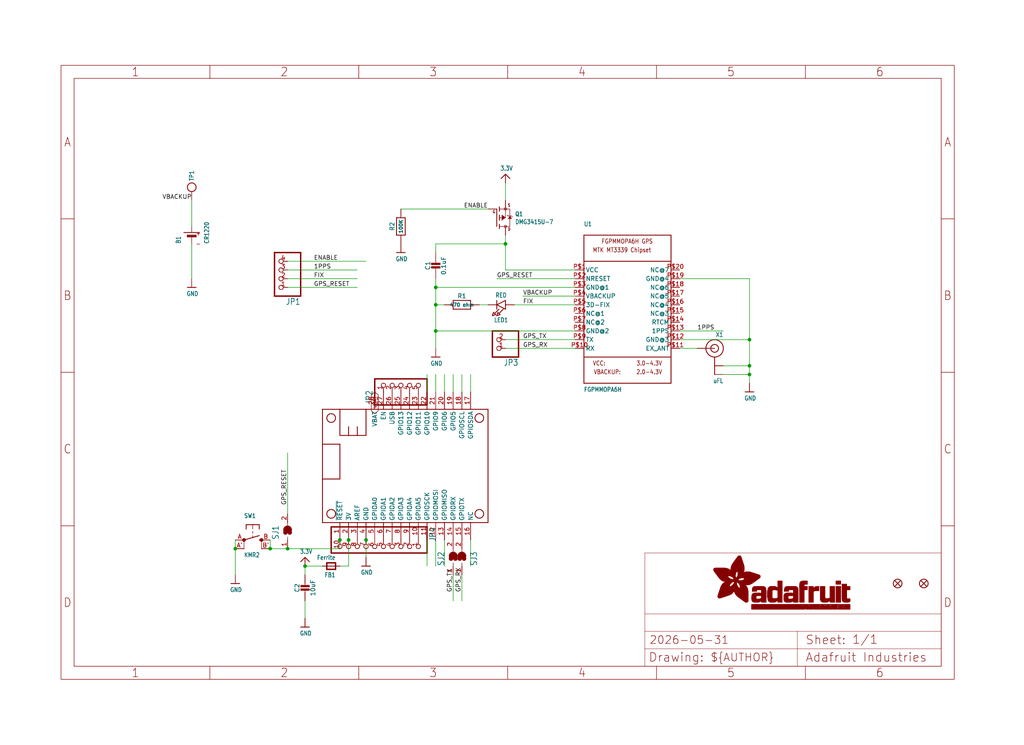
<source format=kicad_sch>
(kicad_sch (version 20230121) (generator eeschema)
  (paper "User" 298.45 217.322)
  (lib_symbols
    (symbol "working-eagle-import:3.3V" (power)
      (property "Value" "3.3V" (at -1.524 1.016 0))
      (symbol "3.3V_1_0"
        (pin power_in line (at 0 -2.54 90) (length 2.54) (name "3.3V") (number "1"))
      )
    )
    (symbol "working-eagle-import:ANTENNA_U.FL"
      (property "Reference" "X" (at -2.54 3.302 0))
      (symbol "ANTENNA_U.FL_1_0"
        (pin passive line (at -2.54 -5.08 0) (length 2.54) (name "GND@0") (number "1"))
        (pin passive line (at -2.54 -7.62 0) (length 2.54) (name "GND@1") (number "2"))
        (pin passive line (at 5.08 0 180) (length 5.08) (name "SIGNAL") (number "3"))
      )
    )
    (symbol "working-eagle-import:BATTERYCR1220_2"
      (property "Reference" "B" (at -2.54 3.175 0))
      (symbol "BATTERYCR1220_2_1_0"
        (text "+" (at 1.27 -1.143 900) (effects (font (size 1.27 1.0795)) (justify right top)))
        (text "-" (at -1.778 -1.143 900) (effects (font (size 1.27 1.0795)) (justify right top)))
        (pin passive line (at 2.54 0 180) (length 0) (name "+") (number "+"))
        (pin passive line (at -2.54 0 0) (length 0) (name "-") (number "-"))
      )
    )
    (symbol "working-eagle-import:CAP_CERAMIC0805-NOOUTLINE"
      (property "Reference" "C" (at -2.29 1.25 90))
      (symbol "CAP_CERAMIC0805-NOOUTLINE_1_0"
        (pin passive line (at 0 5.08 270) (length 2.54) (name "1") (number "1"))
        (pin passive line (at 0 -2.54 90) (length 2.54) (name "2") (number "2"))
      )
    )
    (symbol "working-eagle-import:FEATHERWING"
      (symbol "FEATHERWING_1_0"
        (pin input line (at 5.08 -5.08 90) (length 5.08) (name "~{RESET}") (number "1"))
        (pin bidirectional line (at 27.94 -5.08 90) (length 5.08) (name "GPIOA5") (number "10"))
        (pin bidirectional line (at 30.48 -5.08 90) (length 5.08) (name "GPIOSCK") (number "11"))
        (pin bidirectional line (at 33.02 -5.08 90) (length 5.08) (name "GPIOMOSI") (number "12"))
        (pin bidirectional line (at 35.56 -5.08 90) (length 5.08) (name "GPIOMISO") (number "13"))
        (pin bidirectional line (at 38.1 -5.08 90) (length 5.08) (name "GPIORX") (number "14"))
        (pin bidirectional line (at 40.64 -5.08 90) (length 5.08) (name "GPIOTX") (number "15"))
        (pin passive line (at 43.18 -5.08 90) (length 5.08) (name "NC") (number "16"))
        (pin bidirectional line (at 43.18 38.1 270) (length 5.08) (name "GPIOSDA") (number "17"))
        (pin bidirectional line (at 40.64 38.1 270) (length 5.08) (name "GPIOSCL") (number "18"))
        (pin bidirectional line (at 38.1 38.1 270) (length 5.08) (name "GPIO5") (number "19"))
        (pin power_in line (at 7.62 -5.08 90) (length 5.08) (name "3V") (number "2"))
        (pin bidirectional line (at 35.56 38.1 270) (length 5.08) (name "GPIO6") (number "20"))
        (pin bidirectional line (at 33.02 38.1 270) (length 5.08) (name "GPIO9") (number "21"))
        (pin bidirectional line (at 30.48 38.1 270) (length 5.08) (name "GPIO10") (number "22"))
        (pin bidirectional line (at 27.94 38.1 270) (length 5.08) (name "GPIO11") (number "23"))
        (pin bidirectional line (at 25.4 38.1 270) (length 5.08) (name "GPIO12") (number "24"))
        (pin bidirectional line (at 22.86 38.1 270) (length 5.08) (name "GPIO13") (number "25"))
        (pin power_in line (at 20.32 38.1 270) (length 5.08) (name "USB") (number "26"))
        (pin passive line (at 17.78 38.1 270) (length 5.08) (name "EN") (number "27"))
        (pin power_in line (at 15.24 38.1 270) (length 5.08) (name "VBAT") (number "28"))
        (pin passive line (at 10.16 -5.08 90) (length 5.08) (name "AREF") (number "3"))
        (pin power_in line (at 12.7 -5.08 90) (length 5.08) (name "GND") (number "4"))
        (pin bidirectional line (at 15.24 -5.08 90) (length 5.08) (name "GPIOA0") (number "5"))
        (pin bidirectional line (at 17.78 -5.08 90) (length 5.08) (name "GPIOA1") (number "6"))
        (pin bidirectional line (at 20.32 -5.08 90) (length 5.08) (name "GPIOA2") (number "7"))
        (pin bidirectional line (at 22.86 -5.08 90) (length 5.08) (name "GPIOA3") (number "8"))
        (pin bidirectional line (at 25.4 -5.08 90) (length 5.08) (name "GPIOA4") (number "9"))
      )
    )
    (symbol "working-eagle-import:FERRITE-0805NO"
      (property "Reference" "FB" (at -1.27 1.905 0))
      (symbol "FERRITE-0805NO_1_0"
        (pin passive line (at -2.54 0 0) (length 2.54) (name "P$1") (number "1"))
        (pin passive line (at 2.54 0 180) (length 2.54) (name "P$2") (number "2"))
      )
    )
    (symbol "working-eagle-import:FIDUCIAL{dblquote}{dblquote}")
    (symbol "working-eagle-import:FRAME_A4_ADAFRUIT"
      (symbol "FRAME_A4_ADAFRUIT_1_0"
        (text "${#}/${##}" (at 230.505 10.16 0) (effects (font (size 2.54 2.54)) (justify left bottom)))
        (text "${AUTHOR}" (at 189.23 5.08 0) (effects (font (size 2.286 2.286)) (justify left bottom)))
        (text "${CURRENT_DATE}" (at 171.45 10.16 0) (effects (font (size 2.286 2.286)) (justify left bottom)))
        (text "${PROJECTNAME}" (at 171.45 15.24 0) (effects (font (size 2.54 2.54)) (justify left bottom)))
        (text "1" (at 21.6958 1.905 0) (effects (font (size 2.54 2.286))))
        (text "1" (at 21.6958 177.165 0) (effects (font (size 2.54 2.286))))
        (text "2" (at 65.0875 1.905 0) (effects (font (size 2.54 2.286))))
        (text "2" (at 65.0875 177.165 0) (effects (font (size 2.54 2.286))))
        (text "3" (at 108.4792 1.905 0) (effects (font (size 2.54 2.286))))
        (text "3" (at 108.4792 177.165 0) (effects (font (size 2.54 2.286))))
        (text "4" (at 151.8708 1.905 0) (effects (font (size 2.54 2.286))))
        (text "4" (at 151.8708 177.165 0) (effects (font (size 2.54 2.286))))
        (text "5" (at 195.2625 1.905 0) (effects (font (size 2.54 2.286))))
        (text "5" (at 195.2625 177.165 0) (effects (font (size 2.54 2.286))))
        (text "6" (at 238.6542 1.905 0) (effects (font (size 2.54 2.286))))
        (text "6" (at 238.6542 177.165 0) (effects (font (size 2.54 2.286))))
        (text "A" (at 1.905 156.6863 0) (effects (font (size 2.54 2.286))))
        (text "A" (at 258.445 156.6863 0) (effects (font (size 2.54 2.286))))
        (text "Adafruit Industries" (at 216.916 4.953 0) (effects (font (size 2.54 2.54)) (justify left bottom)))
        (text "B" (at 1.905 111.9188 0) (effects (font (size 2.54 2.286))))
        (text "B" (at 258.445 111.9188 0) (effects (font (size 2.54 2.286))))
        (text "C" (at 1.905 67.1513 0) (effects (font (size 2.54 2.286))))
        (text "C" (at 258.445 67.1513 0) (effects (font (size 2.54 2.286))))
        (text "D" (at 1.905 22.3838 0) (effects (font (size 2.54 2.286))))
        (text "D" (at 258.445 22.3838 0) (effects (font (size 2.54 2.286))))
        (text "Drawing:" (at 171.196 4.953 0) (effects (font (size 2.54 2.54)) (justify left bottom)))
        (text "Sheet:" (at 216.916 10.033 0) (effects (font (size 2.54 2.54)) (justify left bottom)))
      )
    )
    (symbol "working-eagle-import:GND" (power)
      (property "Value" "GND" (at -1.524 -2.54 0))
      (symbol "GND_1_0"
        (pin power_in line (at 0 2.54 270) (length 2.54) (name "GND") (number "1"))
      )
    )
    (symbol "working-eagle-import:GPS_FGPMMOPA6H"
      (property "Reference" "U" (at -12.7 22.86 0))
      (symbol "GPS_FGPMMOPA6H_1_0"
        (text "2.0-4.3V" (at 2.54 -20.32 0) (effects (font (size 1.27 1.0795)) (justify left bottom)))
        (text "3.0-4.3V" (at 2.54 -17.78 0) (effects (font (size 1.27 1.0795)) (justify left bottom)))
        (text "FGPMMOPA6H GPS" (at -7.62 17.78 0) (effects (font (size 1.27 1.0795)) (justify left bottom)))
        (text "MTK MT3339 Chipset" (at -10.16 15.24 0) (effects (font (size 1.27 1.0795)) (justify left bottom)))
        (text "VBACKUP:" (at -9.906 -20.32 0) (effects (font (size 1.27 1.0795)) (justify left bottom)))
        (text "VCC:" (at -10.16 -17.78 0) (effects (font (size 1.27 1.0795)) (justify left bottom)))
        (pin bidirectional line (at -15.24 10.16 0) (length 2.54) (name "VCC") (number "P$1"))
        (pin bidirectional line (at -15.24 -12.7 0) (length 2.54) (name "RX") (number "P$10"))
        (pin bidirectional line (at 15.24 -12.7 180) (length 2.54) (name "EX_ANT") (number "P$11"))
        (pin bidirectional line (at 15.24 -10.16 180) (length 2.54) (name "GND@3") (number "P$12"))
        (pin bidirectional line (at 15.24 -7.62 180) (length 2.54) (name "1PPS") (number "P$13"))
        (pin bidirectional line (at 15.24 -5.08 180) (length 2.54) (name "RTCM") (number "P$14"))
        (pin bidirectional line (at 15.24 -2.54 180) (length 2.54) (name "NC@3") (number "P$15"))
        (pin bidirectional line (at 15.24 0 180) (length 2.54) (name "NC@4") (number "P$16"))
        (pin bidirectional line (at 15.24 2.54 180) (length 2.54) (name "NC@5") (number "P$17"))
        (pin bidirectional line (at 15.24 5.08 180) (length 2.54) (name "NC@6") (number "P$18"))
        (pin bidirectional line (at 15.24 7.62 180) (length 2.54) (name "GND@4") (number "P$19"))
        (pin bidirectional line (at -15.24 7.62 0) (length 2.54) (name "NRESET") (number "P$2"))
        (pin bidirectional line (at 15.24 10.16 180) (length 2.54) (name "NC@7") (number "P$20"))
        (pin bidirectional line (at -15.24 5.08 0) (length 2.54) (name "GND@1") (number "P$3"))
        (pin bidirectional line (at -15.24 2.54 0) (length 2.54) (name "VBACKUP") (number "P$4"))
        (pin bidirectional line (at -15.24 0 0) (length 2.54) (name "3D-FIX") (number "P$5"))
        (pin bidirectional line (at -15.24 -2.54 0) (length 2.54) (name "NC@1") (number "P$6"))
        (pin bidirectional line (at -15.24 -5.08 0) (length 2.54) (name "NC@2") (number "P$7"))
        (pin bidirectional line (at -15.24 -7.62 0) (length 2.54) (name "GND@2") (number "P$8"))
        (pin bidirectional line (at -15.24 -10.16 0) (length 2.54) (name "TX") (number "P$9"))
      )
    )
    (symbol "working-eagle-import:HEADER-1X10ROUND"
      (property "Reference" "JP" (at -6.35 13.335 0))
      (symbol "HEADER-1X10ROUND_1_0"
        (pin passive inverted (at -2.54 10.16 0) (length 2.54) (name "1") (number "1"))
        (pin passive inverted (at -2.54 -12.7 0) (length 2.54) (name "10") (number "10"))
        (pin passive inverted (at -2.54 7.62 0) (length 2.54) (name "2") (number "2"))
        (pin passive inverted (at -2.54 5.08 0) (length 2.54) (name "3") (number "3"))
        (pin passive inverted (at -2.54 2.54 0) (length 2.54) (name "4") (number "4"))
        (pin passive inverted (at -2.54 0 0) (length 2.54) (name "5") (number "5"))
        (pin passive inverted (at -2.54 -2.54 0) (length 2.54) (name "6") (number "6"))
        (pin passive inverted (at -2.54 -5.08 0) (length 2.54) (name "7") (number "7"))
        (pin passive inverted (at -2.54 -7.62 0) (length 2.54) (name "8") (number "8"))
        (pin passive inverted (at -2.54 -10.16 0) (length 2.54) (name "9") (number "9"))
      )
    )
    (symbol "working-eagle-import:HEADER-1X2ROUND"
      (property "Reference" "JP" (at -6.35 5.715 0))
      (symbol "HEADER-1X2ROUND_1_0"
        (pin passive inverted (at -2.54 2.54 0) (length 2.54) (name "1") (number "1"))
        (pin passive inverted (at -2.54 0 0) (length 2.54) (name "2") (number "2"))
      )
    )
    (symbol "working-eagle-import:HEADER-1X4ROUND"
      (property "Reference" "JP" (at -6.35 8.255 0))
      (symbol "HEADER-1X4ROUND_1_0"
        (pin passive inverted (at -2.54 5.08 0) (length 2.54) (name "1") (number "1"))
        (pin passive inverted (at -2.54 2.54 0) (length 2.54) (name "2") (number "2"))
        (pin passive inverted (at -2.54 0 0) (length 2.54) (name "3") (number "3"))
        (pin passive inverted (at -2.54 -2.54 0) (length 2.54) (name "4") (number "4"))
      )
    )
    (symbol "working-eagle-import:HEADER-1X570MIL"
      (property "Reference" "JP" (at -6.35 8.255 0))
      (symbol "HEADER-1X570MIL_1_0"
        (pin passive inverted (at -2.54 5.08 0) (length 2.54) (name "1") (number "1"))
        (pin passive inverted (at -2.54 2.54 0) (length 2.54) (name "2") (number "2"))
        (pin passive inverted (at -2.54 0 0) (length 2.54) (name "3") (number "3"))
        (pin passive inverted (at -2.54 -2.54 0) (length 2.54) (name "4") (number "4"))
        (pin passive inverted (at -2.54 -5.08 0) (length 2.54) (name "5") (number "5"))
      )
    )
    (symbol "working-eagle-import:LED0805_NOOUTLINE"
      (property "Reference" "D" (at -1.27 4.445 0))
      (symbol "LED0805_NOOUTLINE_1_0"
        (pin passive line (at -5.08 0 0) (length 2.54) (name "A") (number "A"))
        (pin passive line (at 2.54 0 180) (length 2.54) (name "C") (number "C"))
      )
    )
    (symbol "working-eagle-import:MOSFET-PWIDE"
      (property "Reference" "Q" (at 2.794 0.381 0))
      (symbol "MOSFET-PWIDE_1_0"
        (text "D" (at 0.635 -3.81 0) (effects (font (size 0.8128 0.6908)) (justify left bottom)))
        (text "G" (at -3.81 1.27 0) (effects (font (size 0.8128 0.6908)) (justify left bottom)))
        (text "S" (at 0.635 3.175 0) (effects (font (size 0.8128 0.6908)) (justify left bottom)))
        (pin passive line (at -5.08 2.54 0) (length 2.54) (name "G") (number "1"))
        (pin passive line (at 0 5.08 270) (length 2.54) (name "S") (number "2"))
        (pin passive line (at 0 -5.08 90) (length 2.54) (name "D") (number "3"))
      )
    )
    (symbol "working-eagle-import:RESISTOR0805_NOOUTLINE"
      (property "Reference" "R" (at 0 2.54 0))
      (symbol "RESISTOR0805_NOOUTLINE_1_0"
        (pin passive line (at -5.08 0 0) (length 2.54) (name "1") (number "1"))
        (pin passive line (at 5.08 0 180) (length 2.54) (name "2") (number "2"))
      )
    )
    (symbol "working-eagle-import:SOLDERJUMPER"
      (property "Reference" "SJ" (at -2.54 2.54 0))
      (symbol "SOLDERJUMPER_1_0"
        (pin passive line (at -5.08 0 0) (length 2.54) (name "1") (number "1"))
        (pin passive line (at 5.08 0 180) (length 2.54) (name "2") (number "2"))
      )
    )
    (symbol "working-eagle-import:SOLDERJUMPERCLOSED"
      (property "Reference" "SJ" (at -2.54 2.54 0))
      (symbol "SOLDERJUMPERCLOSED_1_0"
        (pin passive line (at -5.08 0 0) (length 2.54) (name "1") (number "1"))
        (pin passive line (at 5.08 0 180) (length 2.54) (name "2") (number "2"))
      )
    )
    (symbol "working-eagle-import:SWITCH_TACT_SMT4.6X2.8"
      (property "Reference" "SW" (at -2.54 6.35 0))
      (symbol "SWITCH_TACT_SMT4.6X2.8_1_0"
        (pin passive line (at -5.08 0 0) (length 2.54) (name "P") (number "A"))
        (pin passive line (at -5.08 -2.54 0) (length 2.54) (name "P1") (number "A'"))
        (pin passive line (at 5.08 0 180) (length 2.54) (name "S") (number "B"))
        (pin passive line (at 5.08 -2.54 180) (length 2.54) (name "S1") (number "B'"))
      )
    )
    (symbol "working-eagle-import:TESTPOINTROUND1.5MM"
      (property "Reference" "TP" (at 0 5.588 90))
      (symbol "TESTPOINTROUND1.5MM_1_0"
        (pin bidirectional line (at 0 0 90) (length 2.54) (name "P$1") (number "P$1"))
      )
    )
  )
  (junction (at 101.6 157.48))
  (junction (at 127 88.9))
  (junction (at 218.44 106.68))
  (junction (at 106.68 157.48))
  (junction (at 147.32 71.12))
  (junction (at 218.44 109.22))
  (junction (at 127 83.82))
  (junction (at 88.9 165.1))
  (junction (at 68.58 160.02))
  (junction (at 127 96.52))
  (junction (at 78.74 160.02))
  (junction (at 83.82 160.02))
  (junction (at 218.44 99.06))
  (junction (at 99.06 157.48))
  (wire (pts (xy 167.64 99.06) (xy 147.32 99.06)) (stroke (width 0.1524)))
  (wire (pts (xy 218.44 99.06) (xy 218.44 106.68)) (stroke (width 0.1524)))
  (wire (pts (xy 218.44 106.68) (xy 218.44 109.22)) (stroke (width 0.1524)))
  (wire (pts (xy 167.64 78.74) (xy 147.32 78.74)) (stroke (width 0.1524)))
  (wire (pts (xy 83.82 78.74) (xy 104.14 78.74)) (stroke (width 0.1524)))
  (wire (pts (xy 147.32 53.34) (xy 147.32 58.42)) (stroke (width 0.1524)))
  (wire (pts (xy 127 71.12) (xy 147.32 71.12)) (stroke (width 0.1524)))
  (wire (pts (xy 83.82 149.86) (xy 83.82 132.08)) (stroke (width 0.1524)))
  (wire (pts (xy 127 73.66) (xy 127 71.12)) (stroke (width 0.1524)))
  (wire (pts (xy 93.98 165.1) (xy 88.9 165.1)) (stroke (width 0.1524)))
  (wire (pts (xy 101.6 157.48) (xy 101.6 165.1)) (stroke (width 0.1524)))
  (wire (pts (xy 167.64 81.28) (xy 144.78 81.28)) (stroke (width 0.1524)))
  (wire (pts (xy 104.14 83.82) (xy 83.82 83.82)) (stroke (width 0.1524)))
  (wire (pts (xy 127 96.52) (xy 127 101.6)) (stroke (width 0.1524)))
  (wire (pts (xy 167.64 96.52) (xy 127 96.52)) (stroke (width 0.1524)))
  (wire (pts (xy 132.08 167.64) (xy 132.08 175.26)) (stroke (width 0.1524)))
  (wire (pts (xy 124.46 109.22) (xy 124.46 114.3)) (stroke (width 0.1524)))
  (wire (pts (xy 198.12 101.6) (xy 203.2 101.6)) (stroke (width 0.1524)))
  (wire (pts (xy 124.46 157.48) (xy 124.46 165.1)) (stroke (width 0.1524)))
  (wire (pts (xy 83.82 76.2) (xy 106.68 76.2)) (stroke (width 0.1524)))
  (wire (pts (xy 129.54 88.9) (xy 127 88.9)) (stroke (width 0.1524)))
  (wire (pts (xy 167.64 101.6) (xy 147.32 101.6)) (stroke (width 0.1524)))
  (wire (pts (xy 132.08 109.22) (xy 132.08 114.3)) (stroke (width 0.1524)))
  (wire (pts (xy 134.62 167.64) (xy 134.62 175.26)) (stroke (width 0.1524)))
  (wire (pts (xy 127 109.22) (xy 127 114.3)) (stroke (width 0.1524)))
  (wire (pts (xy 68.58 160.02) (xy 68.58 167.64)) (stroke (width 0.1524)))
  (wire (pts (xy 142.24 88.9) (xy 139.7 88.9)) (stroke (width 0.1524)))
  (wire (pts (xy 127 88.9) (xy 127 96.52)) (stroke (width 0.1524)))
  (wire (pts (xy 127 157.48) (xy 127 165.1)) (stroke (width 0.1524)))
  (wire (pts (xy 127 81.28) (xy 127 83.82)) (stroke (width 0.1524)))
  (wire (pts (xy 142.24 60.96) (xy 116.84 60.96)) (stroke (width 0.1524)))
  (wire (pts (xy 167.64 86.36) (xy 152.4 86.36)) (stroke (width 0.1524)))
  (wire (pts (xy 210.82 106.68) (xy 218.44 106.68)) (stroke (width 0.1524)))
  (wire (pts (xy 78.74 160.02) (xy 83.82 160.02)) (stroke (width 0.1524)))
  (wire (pts (xy 167.64 83.82) (xy 127 83.82)) (stroke (width 0.1524)))
  (wire (pts (xy 68.58 157.48) (xy 68.58 160.02)) (stroke (width 0.1524)))
  (wire (pts (xy 129.54 109.22) (xy 129.54 114.3)) (stroke (width 0.1524)))
  (wire (pts (xy 137.16 157.48) (xy 137.16 165.1)) (stroke (width 0.1524)))
  (wire (pts (xy 129.54 157.48) (xy 129.54 165.1)) (stroke (width 0.1524)))
  (wire (pts (xy 101.6 165.1) (xy 99.06 165.1)) (stroke (width 0.1524)))
  (wire (pts (xy 210.82 109.22) (xy 218.44 109.22)) (stroke (width 0.1524)))
  (wire (pts (xy 106.68 162.56) (xy 106.68 157.48)) (stroke (width 0.1524)))
  (wire (pts (xy 88.9 175.26) (xy 88.9 180.34)) (stroke (width 0.1524)))
  (wire (pts (xy 147.32 68.58) (xy 147.32 71.12)) (stroke (width 0.1524)))
  (wire (pts (xy 137.16 109.22) (xy 137.16 114.3)) (stroke (width 0.1524)))
  (wire (pts (xy 55.88 71.12) (xy 55.88 81.28)) (stroke (width 0.1524)))
  (wire (pts (xy 88.9 165.1) (xy 88.9 167.64)) (stroke (width 0.1524)))
  (wire (pts (xy 134.62 109.22) (xy 134.62 114.3)) (stroke (width 0.1524)))
  (wire (pts (xy 127 83.82) (xy 127 88.9)) (stroke (width 0.1524)))
  (wire (pts (xy 198.12 96.52) (xy 210.82 96.52)) (stroke (width 0.1524)))
  (wire (pts (xy 218.44 81.28) (xy 218.44 99.06)) (stroke (width 0.1524)))
  (wire (pts (xy 55.88 66.04) (xy 55.88 58.42)) (stroke (width 0.1524)))
  (wire (pts (xy 218.44 109.22) (xy 218.44 111.76)) (stroke (width 0.1524)))
  (wire (pts (xy 99.06 160.02) (xy 99.06 157.48)) (stroke (width 0.1524)))
  (wire (pts (xy 198.12 81.28) (xy 218.44 81.28)) (stroke (width 0.1524)))
  (wire (pts (xy 83.82 160.02) (xy 99.06 160.02)) (stroke (width 0.1524)))
  (wire (pts (xy 147.32 71.12) (xy 147.32 78.74)) (stroke (width 0.1524)))
  (wire (pts (xy 78.74 157.48) (xy 78.74 160.02)) (stroke (width 0.1524)))
  (wire (pts (xy 198.12 99.06) (xy 218.44 99.06)) (stroke (width 0.1524)))
  (wire (pts (xy 167.64 88.9) (xy 149.86 88.9)) (stroke (width 0.1524)))
  (wire (pts (xy 83.82 81.28) (xy 104.14 81.28)) (stroke (width 0.1524)))
  (label "GPS_RX" (at 152.4 101.6 0) (effects (font (size 1.2446 1.2446))))
  (label "1PPS" (at 203.2 96.52 0) (effects (font (size 1.2446 1.2446))))
  (label "GPS_RESET" (at 144.78 81.28 0) (effects (font (size 1.2446 1.2446))))
  (label "GPS_RESET" (at 91.44 83.82 0) (effects (font (size 1.2446 1.2446))))
  (label "GPS_TX" (at 132.08 172.72 90) (effects (font (size 1.2446 1.2446))))
  (label "GPS_TX" (at 152.4 99.06 0) (effects (font (size 1.2446 1.2446))))
  (label "GPS_RX" (at 134.62 172.72 90) (effects (font (size 1.2446 1.2446))))
  (label "GPS_RESET" (at 83.82 147.32 90) (effects (font (size 1.2446 1.2446))))
  (label "VBACKUP" (at 55.88 58.42 180) (effects (font (size 1.2446 1.2446))))
  (label "VBACKUP" (at 152.4 86.36 0) (effects (font (size 1.2446 1.2446))))
  (label "ENABLE" (at 91.44 76.2 0) (effects (font (size 1.2446 1.2446))))
  (label "FIX" (at 91.44 81.28 0) (effects (font (size 1.2446 1.2446))))
  (label "1PPS" (at 91.44 78.74 0) (effects (font (size 1.2446 1.2446))))
  (label "ENABLE" (at 142.24 60.96 180) (effects (font (size 1.2446 1.2446))))
  (label "FIX" (at 152.4 88.9 0) (effects (font (size 1.2446 1.2446))))
  (global_label "VBAT" (shape bidirectional) (at 109.22 114.3 270) (effects (font (size 1.016 1.016))) (property "Intersheetrefs" "${INTERSHEET_REFS}" (effects hide)))
  (symbol (lib_id "working-eagle-import:HEADER-1X10ROUND") (at 111.76 160.02 270) (unit 1)
    (property "Reference" "JP4" (at 125.095 153.67 0) (effects (font (size 1.778 1.5113)) (justify left bottom)))
    (property "Value" "HEADER-1X10ROUND" (effects hide))
    (property "Footprint" "working:1X10_ROUND" (effects hide))
  )
  (symbol (lib_id "working-eagle-import:RESISTOR0805_NOOUTLINE") (at 134.62 88.9 0) (unit 1)
    (property "Reference" "R1" (at 134.62 86.36 0))
    (property "Value" "470 ohm" (at 134.62 88.9 0) (effects (font (size 1.016 1.016) bold)))
    (property "Footprint" "working:0805-NO" (effects hide))
  )
  (symbol (lib_id "working-eagle-import:RESISTOR0805_NOOUTLINE") (at 116.84 66.04 90) (unit 1)
    (property "Reference" "R2" (at 114.3 66.04 0))
    (property "Value" "100K" (at 116.84 66.04 0) (effects (font (size 1.016 1.016) bold)))
    (property "Footprint" "working:0805-NO" (effects hide))
  )
  (symbol (lib_id "working-eagle-import:MOSFET-PWIDE") (at 147.32 63.5 0) (unit 1)
    (property "Reference" "Q1" (at 150.114 63.119 0) (effects (font (size 1.27 1.0795)) (justify left bottom)))
    (property "Value" "DMG3415U-7 " (at 150.114 65.405 0) (effects (font (size 1.27 1.0795)) (justify left bottom)))
    (property "Footprint" "working:SOT23-WIDE" (effects hide))
  )
  (symbol (lib_id "working-eagle-import:GPS_FGPMMOPA6H") (at 182.88 88.9 0) (unit 1)
    (property "Reference" "U1" (at 170.18 66.04 0) (effects (font (size 1.27 1.0795)) (justify left bottom)))
    (property "Value" "FGPMMOPA6H" (at 170.18 114.3 0) (effects (font (size 1.27 1.0795)) (justify left bottom)))
    (property "Footprint" "working:FGPMMOPA6H" (effects hide))
  )
  (symbol (lib_id "working-eagle-import:GND") (at 55.88 83.82 0) (unit 1)
    (property "Reference" "#U$14" (effects hide))
    (property "Value" "GND" (at 54.356 86.36 0) (effects (font (size 1.27 1.0795)) (justify left bottom)))
  )
  (symbol (lib_id "working-eagle-import:GND") (at 127 104.14 0) (unit 1)
    (property "Reference" "#U$2" (effects hide))
    (property "Value" "GND" (at 125.476 106.68 0) (effects (font (size 1.27 1.0795)) (justify left bottom)))
  )
  (symbol (lib_id "working-eagle-import:HEADER-1X4ROUND") (at 81.28 78.74 180) (unit 1)
    (property "Reference" "JP1" (at 87.63 86.995 0) (effects (font (size 1.778 1.5113)) (justify left bottom)))
    (property "Value" "HEADER-1X4ROUND" (effects hide))
    (property "Footprint" "working:1X04_ROUND" (effects hide))
  )
  (symbol (lib_id "working-eagle-import:SOLDERJUMPER") (at 83.82 154.94 90) (unit 1)
    (property "Reference" "SJ1" (at 81.28 157.48 0) (effects (font (size 1.778 1.5113)) (justify left bottom)))
    (property "Value" "SOLDERJUMPER" (effects hide))
    (property "Footprint" "working:SOLDERJUMPER_ARROW_NOPASTE" (effects hide))
  )
  (symbol (lib_id "working-eagle-import:HEADER-1X2ROUND") (at 144.78 99.06 180) (unit 1)
    (property "Reference" "JP3" (at 151.13 104.775 0) (effects (font (size 1.778 1.5113)) (justify left bottom)))
    (property "Value" "HEADER-1X2ROUND" (effects hide))
    (property "Footprint" "working:1X02_ROUND" (effects hide))
  )
  (symbol (lib_id "working-eagle-import:FEATHERWING") (at 93.98 152.4 0) (unit 1)
    (property "Reference" "MS1" (effects hide))
    (property "Value" "FEATHERWING" (effects hide))
    (property "Footprint" "working:FEATHERWING" (effects hide))
  )
  (symbol (lib_id "working-eagle-import:GND") (at 88.9 182.88 0) (unit 1)
    (property "Reference" "#U$5" (effects hide))
    (property "Value" "GND" (at 87.376 185.42 0) (effects (font (size 1.27 1.0795)) (justify left bottom)))
  )
  (symbol (lib_id "working-eagle-import:SWITCH_TACT_SMT4.6X2.8") (at 73.66 157.48 0) (unit 1)
    (property "Reference" "SW1" (at 71.12 151.13 0) (effects (font (size 1.27 1.0795)) (justify left bottom)))
    (property "Value" "KMR2" (at 71.12 162.56 0) (effects (font (size 1.27 1.0795)) (justify left bottom)))
    (property "Footprint" "working:BTN_KMR2_4.6X2.8" (effects hide))
  )
  (symbol (lib_id "working-eagle-import:GND") (at 116.84 73.66 0) (unit 1)
    (property "Reference" "#U$7" (effects hide))
    (property "Value" "GND" (at 115.316 76.2 0) (effects (font (size 1.27 1.0795)) (justify left bottom)))
  )
  (symbol (lib_id "working-eagle-import:FIDUCIAL{dblquote}{dblquote}") (at 269.24 170.18 0) (unit 1)
    (property "Reference" "FID1" (effects hide))
    (property "Value" "FIDUCIAL{dblquote}{dblquote}" (effects hide))
    (property "Footprint" "working:FIDUCIAL_1MM" (effects hide))
  )
  (symbol (lib_id "working-eagle-import:GND") (at 68.58 170.18 0) (unit 1)
    (property "Reference" "#U$6" (effects hide))
    (property "Value" "GND" (at 67.056 172.72 0) (effects (font (size 1.27 1.0795)) (justify left bottom)))
  )
  (symbol (lib_id "working-eagle-import:SOLDERJUMPERCLOSED") (at 132.08 162.56 90) (unit 1)
    (property "Reference" "SJ2" (at 129.54 165.1 0) (effects (font (size 1.778 1.5113)) (justify left bottom)))
    (property "Value" "SOLDERJUMPERCLOSED" (effects hide))
    (property "Footprint" "working:SOLDERJUMPER_CLOSEDWIRE" (effects hide))
  )
  (symbol (lib_id "working-eagle-import:GND") (at 218.44 114.3 0) (unit 1)
    (property "Reference" "#U$19" (effects hide))
    (property "Value" "GND" (at 216.916 116.84 0) (effects (font (size 1.27 1.0795)) (justify left bottom)))
  )
  (symbol (lib_id "working-eagle-import:GND") (at 106.68 165.1 0) (unit 1)
    (property "Reference" "#U$8" (effects hide))
    (property "Value" "GND" (at 105.156 167.64 0) (effects (font (size 1.27 1.0795)) (justify left bottom)))
  )
  (symbol (lib_id "working-eagle-import:FRAME_A4_ADAFRUIT") (at 17.78 198.12 0) (unit 1)
    (property "Reference" "#U$1" (effects hide))
    (property "Value" "FRAME_A4_ADAFRUIT" (effects hide))
  )
  (symbol (lib_id "working-eagle-import:LED0805_NOOUTLINE") (at 144.78 88.9 180) (unit 1)
    (property "Reference" "LED1" (at 146.05 93.345 0) (effects (font (size 1.27 1.0795))))
    (property "Value" "RED" (at 146.05 86.106 0) (effects (font (size 1.27 1.0795))))
    (property "Footprint" "working:CHIPLED_0805_NOOUTLINE" (effects hide))
  )
  (symbol (lib_id "working-eagle-import:3.3V") (at 147.32 50.8 0) (unit 1)
    (property "Reference" "#U$4" (effects hide))
    (property "Value" "3.3V" (at 145.796 49.784 0) (effects (font (size 1.27 1.0795)) (justify left bottom)))
  )
  (symbol (lib_id "working-eagle-import:BATTERYCR1220_2") (at 55.88 68.58 90) (unit 1)
    (property "Reference" "B1" (at 52.705 71.12 0) (effects (font (size 1.27 1.0795)) (justify left bottom)))
    (property "Value" "CR1220" (at 60.96 71.12 0) (effects (font (size 1.27 1.0795)) (justify left bottom)))
    (property "Footprint" "working:CR1220-2" (effects hide))
  )
  (symbol (lib_id "working-eagle-import:HEADER-1X570MIL") (at 116.84 111.76 90) (unit 1)
    (property "Reference" "JP2" (at 108.585 118.11 0) (effects (font (size 1.778 1.5113)) (justify left bottom)))
    (property "Value" "HEADER-1X570MIL" (effects hide))
    (property "Footprint" "working:1X05_ROUND_70" (effects hide))
  )
  (symbol (lib_id "working-eagle-import:TESTPOINTROUND1.5MM") (at 55.88 58.42 0) (unit 1)
    (property "Reference" "TP1" (at 55.88 52.832 90) (effects (font (size 1.27 1.0795)) (justify left)))
    (property "Value" "TESTPOINTROUND1.5MM" (effects hide))
    (property "Footprint" "working:TESTPOINT_ROUND_1.5MM" (effects hide))
  )
  (symbol (lib_id "working-eagle-import:SOLDERJUMPERCLOSED") (at 134.62 162.56 270) (mirror x) (unit 1)
    (property "Reference" "SJ3" (at 137.16 165.1 0) (effects (font (size 1.778 1.5113)) (justify left bottom)))
    (property "Value" "SOLDERJUMPERCLOSED" (effects hide))
    (property "Footprint" "working:SOLDERJUMPER_CLOSEDWIRE" (effects hide))
  )
  (symbol (lib_id "working-eagle-import:3.3V") (at 88.9 162.56 0) (unit 1)
    (property "Reference" "#U$3" (effects hide))
    (property "Value" "3.3V" (at 87.376 161.544 0) (effects (font (size 1.27 1.0795)) (justify left bottom)))
  )
  (symbol (lib_id "working-eagle-import:FERRITE-0805NO") (at 96.52 165.1 180) (unit 1)
    (property "Reference" "FB1" (at 97.79 167.005 0) (effects (font (size 1.27 1.0795)) (justify left bottom)))
    (property "Value" "Ferrite" (at 97.79 161.925 0) (effects (font (size 1.27 1.0795)) (justify left bottom)))
    (property "Footprint" "working:0805-NO" (effects hide))
  )
  (symbol (lib_id "working-eagle-import:FIDUCIAL{dblquote}{dblquote}") (at 261.62 170.18 0) (unit 1)
    (property "Reference" "FID2" (effects hide))
    (property "Value" "FIDUCIAL{dblquote}{dblquote}" (effects hide))
    (property "Footprint" "working:FIDUCIAL_1MM" (effects hide))
  )
  (symbol (lib_id "working-eagle-import:CAP_CERAMIC0805-NOOUTLINE") (at 88.9 172.72 0) (unit 1)
    (property "Reference" "C2" (at 86.61 171.47 90))
    (property "Value" "10uF" (at 91.2 171.47 90))
    (property "Footprint" "working:0805-NO" (effects hide))
  )
  (symbol (lib_id "working-eagle-import:CAP_CERAMIC0805-NOOUTLINE") (at 127 78.74 0) (unit 1)
    (property "Reference" "C1" (at 124.71 77.49 90))
    (property "Value" "0.1uF" (at 129.3 77.49 90))
    (property "Footprint" "working:0805-NO" (effects hide))
  )
  (symbol (lib_id "working-eagle-import:ANTENNA_U.FL") (at 208.28 101.6 0) (mirror y) (unit 1)
    (property "Reference" "X1" (at 210.82 98.298 0) (effects (font (size 1.27 1.0795)) (justify left bottom)))
    (property "Value" "uFL" (at 210.82 111.76 0) (effects (font (size 1.27 1.0795)) (justify left bottom)))
    (property "Footprint" "working:U.FL" (effects hide))
  )
)
</source>
